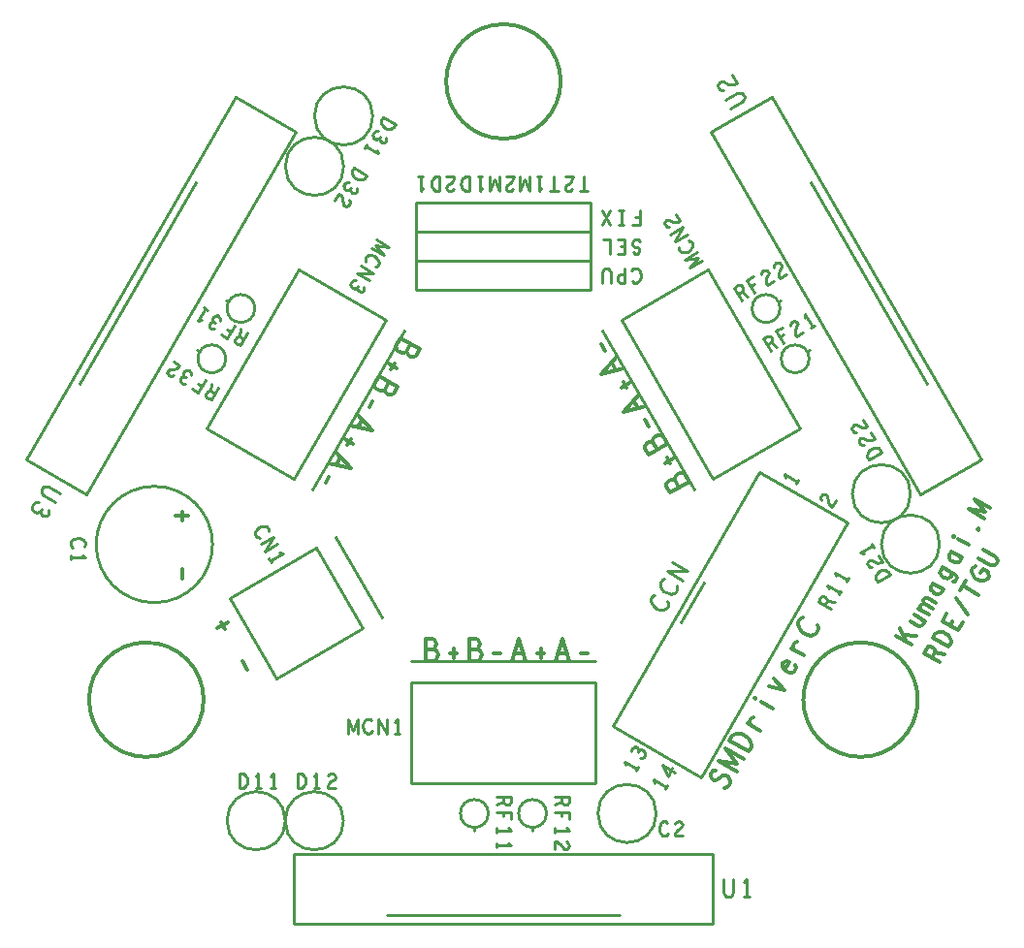
<source format=gto>
G04 ================== begin FILE IDENTIFICATION RECORD ==================*
G04 Layout Name:  C:/home/kumagai/Develop/OrCAD/SMDriverC_R11/allegro/SMDRIVERC.brd*
G04 Film Name:    GB_SMDriverC.GTO*
G04 File Format:  Gerber RS274X*
G04 File Origin:  Cadence Allegro 16.6-S014*
G04 Origin Date:  Thu Feb 25 00:52:31 2016*
G04 *
G04 Layer:  USER PART NUMBER/SILKSCREEN_TOP*
G04 Layer:  TOLERANCE/SILKSCREEN_TOP*
G04 Layer:  REF DES/SILKSCREEN_TOP*
G04 Layer:  PACKAGE GEOMETRY/SILKSCREEN_TOP*
G04 Layer:  DEVICE TYPE/SILKSCREEN_TOP*
G04 Layer:  COMPONENT VALUE/SILKSCREEN_TOP*
G04 Layer:  BOARD GEOMETRY/SILKSCREEN_TOP*
G04 *
G04 Offset:    (0.0000 0.0000)*
G04 Mirror:    No*
G04 Mode:      Positive*
G04 Rotation:  0*
G04 FullContactRelief:  No*
G04 UndefLineWidth:     0.0000*
G04 ================== end FILE IDENTIFICATION RECORD ====================*
%FSLAX25Y25*MOMM*%
%IR0*IPPOS*OFA0.00000B0.00000*MIA0B0*SFA1.00000B1.00000*%
%ADD10C,.3*%
%ADD11C,.305*%
%ADD12C,.254*%
G75*
%LPD*%
G75*
G54D10*
G01X-2618000Y-1800000D02*
G03I-500000J0D01*
G01X500000Y3600000D02*
G03I-500000J0D01*
G01X3618000Y-1800000D02*
G03I-500000J0D01*
G54D11*
G01X-2280940Y-1464910D02*
X-2239670Y-1536400D01*
G01X-2468270Y-1121160D02*
X-2430170Y-1187150D01*
G01X-2403140Y-1123890D02*
X-2498470Y-1178920D01*
G01X-2804590Y-155570D02*
Y-231770D01*
G01X-2749550Y-190500D02*
X-2859620D01*
G01X-2804590Y-657230D02*
Y-739770D01*
G01X-847050Y1241180D02*
X-843550Y1228210D01*
X-833360Y1214120D01*
X-816480Y1198890D01*
X-797610Y1193480D01*
X-781870Y1195340D01*
X-765320Y1204950D01*
X-733320Y1260380D01*
X-898300Y1355630D01*
X-937410Y1287880D01*
X-934720Y1267160D01*
X-922960Y1249420D01*
X-906080Y1234200D01*
X-884470Y1227200D01*
X-860850Y1229990D01*
X-847050Y1241180D01*
X-810310Y1304830D01*
G01X-952780Y1134260D02*
X-981230Y1084990D01*
G01X-930070Y1091040D02*
X-1001570Y1132320D01*
G01X-1037550Y911220D02*
X-1034050Y898250D01*
X-1023860Y884160D01*
X-1006980Y868930D01*
X-988110Y863520D01*
X-972370Y865380D01*
X-955820Y874990D01*
X-923820Y930420D01*
X-1088800Y1025670D01*
X-1127910Y957920D01*
X-1125220Y937200D01*
X-1113460Y919460D01*
X-1096580Y904240D01*
X-1074970Y897240D01*
X-1051350Y900030D01*
X-1037550Y911220D01*
X-1000810Y974870D01*
G01X-1140910Y808410D02*
X-1171730Y755030D01*
G01X-1276930Y699820D02*
X-1141580Y553240D01*
X-1336190Y597160D01*
G01X-1267780Y582300D02*
X-1229850Y648000D01*
G01X-1333780Y474340D02*
X-1362230Y425070D01*
G01X-1311070Y431120D02*
X-1382570Y472400D01*
G01X-1467430Y369860D02*
X-1332080Y223280D01*
X-1526690Y267200D01*
G01X-1458280Y252340D02*
X-1420350Y318040D01*
G01X-1521910Y148490D02*
X-1552730Y95110D01*
G01X-608420Y-1358900D02*
X-598930Y-1349380D01*
X-591820Y-1333500D01*
X-587080Y-1311270D01*
X-591820Y-1292230D01*
X-601300Y-1279530D01*
X-617900Y-1270000D01*
X-681900D01*
Y-1460500D01*
X-603670D01*
X-587080Y-1447800D01*
X-577600Y-1428750D01*
X-572860Y-1406520D01*
X-577600Y-1384300D01*
X-591820Y-1365250D01*
X-608420Y-1358900D01*
X-681900D01*
G01X-462960Y-1397000D02*
X-406060D01*
G01X-436880Y-1355720D02*
Y-1438280D01*
G01X-227420Y-1358900D02*
X-217930Y-1349380D01*
X-210820Y-1333500D01*
X-206080Y-1311270D01*
X-210820Y-1292230D01*
X-220300Y-1279530D01*
X-236900Y-1270000D01*
X-300900D01*
Y-1460500D01*
X-222670D01*
X-206080Y-1447800D01*
X-196600Y-1428750D01*
X-191860Y-1406520D01*
X-196600Y-1384300D01*
X-210820Y-1365250D01*
X-227420Y-1358900D01*
X-300900D01*
G01X-86700Y-1397000D02*
X-25060D01*
G01X75350Y-1460500D02*
X134620Y-1270000D01*
X193890Y-1460500D01*
G01X172550Y-1393830D02*
X96690D01*
G01X299040Y-1397000D02*
X355940D01*
G01X325120Y-1355720D02*
Y-1438280D01*
G01X456350Y-1460500D02*
X515620Y-1270000D01*
X574890Y-1460500D01*
G01X553550Y-1393830D02*
X477690D01*
G01X675300Y-1397000D02*
X736940D01*
G01X1496970Y117210D02*
X1483980Y120670D01*
X1466680Y118890D01*
X1445050Y111880D01*
X1430930Y98250D01*
X1424680Y83690D01*
X1424720Y64550D01*
X1456720Y9120D01*
X1621700Y104370D01*
X1582590Y172120D01*
X1563290Y180150D01*
X1542050Y178830D01*
X1520430Y171820D01*
X1503560Y156610D01*
X1494170Y134760D01*
X1496970Y117210D01*
X1533710Y53570D01*
G01X1457240Y262240D02*
X1428790Y311510D01*
G01X1408450Y264180D02*
X1479950Y305460D01*
G01X1306470Y447170D02*
X1293480Y450630D01*
X1276180Y448850D01*
X1254550Y441840D01*
X1240430Y428210D01*
X1234180Y413650D01*
X1234220Y394510D01*
X1266220Y339080D01*
X1431200Y434330D01*
X1392090Y502080D01*
X1372790Y510110D01*
X1351550Y508790D01*
X1329930Y501780D01*
X1313060Y486570D01*
X1303670Y464720D01*
X1306470Y447170D01*
X1343210Y383530D01*
G01X1269110Y588090D02*
X1238290Y641470D01*
G01X1243070Y760180D02*
X1048460Y716260D01*
X1183810Y862840D01*
G01X1136740Y811020D02*
X1174670Y745320D01*
G01X1076240Y922160D02*
X1047790Y971430D01*
G01X1027450Y924100D02*
X1098950Y965380D01*
G01X1052570Y1090140D02*
X857960Y1046220D01*
X993310Y1192800D01*
G01X946240Y1140980D02*
X984170Y1075280D01*
G01X888110Y1248010D02*
X857290Y1301390D01*
G01X1928680Y-2568830D02*
X1951900Y-2560340D01*
X1970820Y-2546620D01*
X1980300Y-2530200D01*
X1981540Y-2509010D01*
X1974900Y-2488750D01*
X1959210Y-2471480D01*
X1937590Y-2464480D01*
X1915170Y-2465220D01*
X1893500Y-2477340D01*
X1873780Y-2498800D01*
X1854480Y-2506830D01*
X1831680Y-2501880D01*
X1814800Y-2486650D01*
X1806980Y-2468450D01*
X1807030Y-2449320D01*
X1815320Y-2434950D01*
X1829120Y-2423750D01*
X1849980Y-2419370D01*
G01X2039990Y-2426810D02*
X1875010Y-2331560D01*
X2043310Y-2357560D01*
X1936650Y-2224800D01*
X2101630Y-2320050D01*
G01X2139980Y-2253620D02*
X1975000Y-2158370D01*
X1998710Y-2117310D01*
X2016450Y-2105650D01*
X2034550Y-2099670D01*
X2056980Y-2098930D01*
X2080970Y-2101840D01*
X2109650Y-2115660D01*
X2135960Y-2133580D01*
X2150470Y-2152910D01*
X2161040Y-2172700D01*
X2164920Y-2191370D01*
X2163690Y-2212560D01*
X2139980Y-2253620D01*
G01X2244720Y-2072210D02*
X2134730Y-2008710D01*
G01X2156730Y-2021410D02*
X2151660Y-2004800D01*
X2149340Y-1989770D01*
X2154880Y-1973810D01*
X2163560Y-1965130D01*
X2178920Y-1957580D01*
G01X2246580Y-1814990D02*
X2356560Y-1878490D01*
G01X2202580Y-1789590D02*
X2197460Y-1792110D01*
X2191960Y-1788930D01*
X2191580Y-1783240D01*
X2196700Y-1780720D01*
X2202210Y-1783900D01*
X2202580Y-1789590D01*
G01X2320490Y-1686970D02*
X2451810Y-1713510D01*
X2363160Y-1613050D01*
G01X2455040Y-1536460D02*
X2492970Y-1470760D01*
X2470170Y-1465810D01*
X2453250Y-1469730D01*
X2439450Y-1480920D01*
X2433900Y-1496880D01*
X2435040Y-1513960D01*
X2449540Y-1533290D01*
X2463670Y-1546920D01*
X2480160Y-1556440D01*
X2499040Y-1561860D01*
X2521460Y-1561120D01*
X2539570Y-1555150D01*
X2550620Y-1542370D01*
X2553420Y-1524820D01*
X2545220Y-1500930D01*
G01X2625720Y-1412290D02*
X2515730Y-1348790D01*
G01X2537730Y-1361490D02*
X2532660Y-1344880D01*
X2530340Y-1329850D01*
X2535880Y-1313890D01*
X2544560Y-1305210D01*
X2559920Y-1297660D01*
G01X2612410Y-1086090D02*
X2597040Y-1093650D01*
X2583250Y-1104840D01*
X2573770Y-1121260D01*
X2571350Y-1144510D01*
X2576800Y-1166810D01*
X2587370Y-1186610D01*
X2610120Y-1210690D01*
X2633690Y-1227030D01*
X2660800Y-1237210D01*
X2680860Y-1240580D01*
X2704470Y-1237790D01*
X2723770Y-1229760D01*
X2737560Y-1218570D01*
X2745860Y-1204200D01*
X2748660Y-1186650D01*
X2747520Y-1169570D01*
X2742450Y-1152960D01*
G01X3563960Y-1319710D02*
X3425380Y-1239700D01*
G01X3463180Y-1174230D02*
X3510840Y-1289050D01*
G01X3607730Y-1243900D02*
X3488490Y-1237080D01*
G01X3556560Y-1119180D02*
X3621230Y-1156520D01*
X3641380Y-1158960D01*
X3656580Y-1153950D01*
X3665850Y-1143230D01*
X3670510Y-1129830D01*
X3667240Y-1114160D01*
X3655050Y-1097930D01*
G01X3682770Y-1113930D02*
X3590380Y-1060590D01*
G01X3716020Y-1056340D02*
X3623640Y-1003000D01*
G01X3649040Y-1017670D02*
X3640470Y-1005830D01*
X3636210Y-991880D01*
X3638560Y-977150D01*
X3650140Y-967760D01*
X3664350Y-964480D01*
X3678880Y-965980D01*
X3745860Y-1004650D01*
G01X3678880Y-965980D02*
X3670320Y-954140D01*
X3666060Y-940190D01*
X3668400Y-925460D01*
X3679980Y-916070D01*
X3694200Y-912780D01*
X3711040Y-915620D01*
X3775710Y-952950D01*
G01X3843780Y-835050D02*
X3751400Y-781710D01*
G01X3767560Y-791040D02*
X3754350Y-792610D01*
X3743760Y-800280D01*
X3734490Y-811000D01*
X3732140Y-825730D01*
X3735410Y-841410D01*
X3745290Y-856300D01*
X3761770Y-870410D01*
X3782240Y-877640D01*
X3800080Y-878750D01*
X3815290Y-873740D01*
X3826870Y-864340D01*
X3831520Y-850950D01*
X3830570Y-836610D01*
X3825310Y-824380D01*
G01X3926600Y-771610D02*
X3942800Y-764880D01*
X3953070Y-752430D01*
X3957730Y-739040D01*
X3952150Y-722030D01*
X3939960Y-705800D01*
X3831410Y-643130D01*
G01X3849880Y-653800D02*
X3836660Y-655360D01*
X3823770Y-661700D01*
X3814500Y-672420D01*
X3811160Y-688880D01*
X3815420Y-702830D01*
X3827610Y-719050D01*
X3841780Y-731830D01*
X3856640Y-738110D01*
X3876790Y-740550D01*
X3894300Y-736880D01*
X3906880Y-725760D01*
X3910540Y-714090D01*
X3908270Y-696700D01*
X3903010Y-684470D01*
G01X4003800Y-557890D02*
X3911420Y-504550D01*
G01X3927580Y-513880D02*
X3914370Y-515450D01*
X3903780Y-523120D01*
X3894510Y-533840D01*
X3892160Y-548570D01*
X3895430Y-564250D01*
X3905310Y-579140D01*
X3921790Y-593250D01*
X3942260Y-600480D01*
X3960100Y-601590D01*
X3975310Y-596580D01*
X3986890Y-587180D01*
X3991540Y-573790D01*
X3990590Y-559450D01*
X3985330Y-547220D01*
G01X3973520Y-396990D02*
X4065900Y-450330D01*
G01X3936560Y-375650D02*
X3932270Y-377770D01*
X3927640Y-375100D01*
X3927320Y-370320D01*
X3931620Y-368200D01*
X3936250Y-370870D01*
X3936560Y-375650D01*
G01X4150530Y-314410D02*
X4146230Y-316530D01*
X4141620Y-313860D01*
X4141300Y-309080D01*
X4145600Y-306970D01*
X4150210Y-309630D01*
X4150530Y-314410D01*
G01X4200060Y-217970D02*
X4061480Y-137960D01*
X4202830Y-159830D01*
X4113210Y-48350D01*
X4251790Y-128360D01*
G01X3809950Y-1472770D02*
X3671370Y-1392760D01*
X3696240Y-1349680D01*
X3711130Y-1339900D01*
X3725340Y-1336610D01*
X3745810Y-1343840D01*
X3762300Y-1357950D01*
X3767870Y-1374960D01*
X3767840Y-1391020D01*
X3742970Y-1434100D01*
G01X3767840Y-1391020D02*
X3849740Y-1403840D01*
G01X3887970Y-1337630D02*
X3749390Y-1257620D01*
X3769280Y-1223160D01*
X3784170Y-1213380D01*
X3799380Y-1208370D01*
X3818210Y-1207760D01*
X3838360Y-1210200D01*
X3862450Y-1221820D01*
X3884550Y-1236870D01*
X3896740Y-1253100D01*
X3905630Y-1269720D01*
X3908900Y-1285390D01*
X3907860Y-1303170D01*
X3887970Y-1337630D01*
G01X4009760Y-1126680D02*
X3969970Y-1195610D01*
X3831390Y-1115600D01*
X3871180Y-1046670D01*
G01X3922240Y-1112910D02*
X3898370Y-1154270D01*
G01X4056590Y-1056250D02*
X3949200Y-911540D01*
G01X4011300Y-803980D02*
X4149880Y-883990D01*
G01X3988420Y-843610D02*
X4034180Y-764350D01*
G01X4166580Y-695070D02*
X4186470Y-660600D01*
X4228050Y-684600D01*
X4235940Y-702950D01*
X4238210Y-720340D01*
X4232880Y-740240D01*
X4218310Y-754800D01*
X4202110Y-761530D01*
X4182280Y-763870D01*
X4162130Y-761430D01*
X4141670Y-754200D01*
X4125500Y-744870D01*
X4113630Y-733430D01*
X4101440Y-717190D01*
X4093550Y-698850D01*
X4090290Y-683190D01*
X4091310Y-665400D01*
X4098280Y-653340D01*
X4110850Y-642220D01*
X4126060Y-637210D01*
G01X4149440Y-564720D02*
X4248750Y-622070D01*
X4273520Y-627180D01*
X4295340Y-621390D01*
X4309900Y-606830D01*
X4315240Y-586930D01*
X4309340Y-565140D01*
X4292530Y-546250D01*
X4193210Y-488910D01*
G54D12*
G01X-3869880Y1450D02*
X-3969190Y58800D01*
X-3993960Y63910D01*
X-4015780Y58120D01*
X-4030340Y43560D01*
X-4035680Y23660D01*
X-4029780Y1870D01*
X-4012970Y-17020D01*
X-3913650Y-74360D01*
G01X-4060750Y-73120D02*
X-4082890Y-74120D01*
X-4100090Y-82570D01*
X-4111350Y-96750D01*
X-4117000Y-111870D01*
X-4113410Y-132320D01*
X-4104530Y-148930D01*
X-4091660Y-158660D01*
X-4073510Y-164540D01*
X-4054990Y-159150D01*
X-4043410Y-149760D01*
X-4034450Y-134250D01*
G01X-4043410Y-149760D02*
X-4042450Y-164100D01*
X-4035880Y-179380D01*
X-4024010Y-190830D01*
X-4008160Y-195380D01*
X-3991640Y-193430D01*
X-3975750Y-181930D01*
X-3969110Y-165080D01*
X-3969400Y-144240D01*
G01X-3642040Y-8990D02*
X-1813240Y3158590D01*
X-2341170Y3463390D01*
X-4169970Y295810D01*
X-3642040Y-8990D01*
G01X-2540000Y-444500D02*
G03I-508000J0D01*
G01X-3661830Y-464650D02*
X-3655480Y-455000D01*
X-3651250Y-443740D01*
Y-430870D01*
X-3657600Y-416390D01*
X-3668180Y-405130D01*
X-3680880Y-397090D01*
X-3702050Y-390650D01*
X-3721100Y-389040D01*
X-3740150Y-392260D01*
X-3752850Y-397090D01*
X-3765550Y-406740D01*
X-3774020Y-418000D01*
X-3778250Y-429260D01*
Y-440520D01*
X-3774020Y-451780D01*
X-3767670Y-461430D01*
X-3759200Y-469480D01*
G01X-3778250Y-558800D02*
X-3651250D01*
X-3676650Y-539500D01*
G01X-3778250D02*
Y-578100D01*
G01X-3697580Y961620D02*
X-2681580Y2721380D01*
G01X-1905000Y-2857500D02*
G03I-254000J0D01*
G01X-2391900Y-911700D02*
X-1985500Y-1615600D01*
X-1226600Y-1177450D01*
X-1633000Y-473550D01*
X-2391900Y-911700D01*
G01X-1787380Y1958760D02*
X-2590020Y568540D01*
X-1831120Y130390D01*
X-1028480Y1520610D01*
X-1787380Y1958760D01*
G01X-2236430Y1405040D02*
X-2299930Y1295060D01*
X-2334760Y1315170D01*
X-2342730Y1327100D01*
X-2345460Y1338460D01*
X-2339780Y1354730D01*
X-2328530Y1367790D01*
X-2314880Y1372120D01*
X-2301950Y1371990D01*
X-2267120Y1351880D01*
G01X-2301950Y1371990D02*
X-2292160Y1437220D01*
G01X-2350000Y1470620D02*
X-2413500Y1360630D01*
X-2466440Y1391200D01*
G01X-2416250Y1433090D02*
X-2382810Y1413790D01*
G01X-2470700Y1510980D02*
X-2471650Y1528640D01*
X-2478570Y1542400D01*
X-2490050Y1551470D01*
X-2502250Y1556080D01*
X-2518690Y1553350D01*
X-2532000Y1546370D01*
X-2539750Y1536170D01*
X-2544370Y1521740D01*
X-2539910Y1506940D01*
X-2532270Y1497640D01*
X-2519730Y1490400D01*
G01X-2532270Y1497640D02*
X-2543810Y1496970D01*
X-2556060Y1491830D01*
X-2565200Y1482440D01*
X-2568770Y1469830D01*
X-2567090Y1456640D01*
X-2557730Y1443900D01*
X-2544130Y1438500D01*
X-2527360Y1438590D01*
G01X-2600830Y1615440D02*
X-2664330Y1505450D01*
X-2634920Y1517800D01*
G01X-2584120Y1605790D02*
X-2617550Y1625090D01*
G01X-2490430Y928790D02*
X-2553930Y818810D01*
X-2588760Y838920D01*
X-2596730Y850850D01*
X-2599460Y862210D01*
X-2593780Y878480D01*
X-2582530Y891540D01*
X-2568880Y895870D01*
X-2555950Y895740D01*
X-2521120Y875630D01*
G01X-2555950Y895740D02*
X-2546160Y960970D01*
G01X-2604000Y994370D02*
X-2667500Y884380D01*
X-2720440Y914950D01*
G01X-2670250Y956840D02*
X-2636810Y937540D01*
G01X-2724700Y1034730D02*
X-2725650Y1052390D01*
X-2732570Y1066150D01*
X-2744050Y1075220D01*
X-2756250Y1079830D01*
X-2772690Y1077100D01*
X-2786000Y1070120D01*
X-2793750Y1059920D01*
X-2798370Y1045490D01*
X-2793910Y1030690D01*
X-2786270Y1021390D01*
X-2773730Y1014150D01*
G01X-2786270Y1021390D02*
X-2797810Y1020720D01*
X-2810060Y1015580D01*
X-2819200Y1006190D01*
X-2822770Y993580D01*
X-2821090Y980390D01*
X-2811730Y967650D01*
X-2798130Y962250D01*
X-2781360Y962340D01*
G01X-2881280Y1032250D02*
X-2895990Y1026080D01*
X-2908920Y1026210D01*
X-2921120Y1030810D01*
X-2932940Y1042520D01*
X-2937400Y1057320D01*
X-2933830Y1069920D01*
X-2926090Y1080120D01*
X-2915220Y1086070D01*
X-2876780Y1088310D01*
X-2856830Y1093910D01*
X-2837890Y1107410D01*
X-2825580Y1122300D01*
X-2884090Y1156080D01*
G01X-2652260Y1237990D02*
X-2674260Y1250690D01*
G01X-2424750Y1177030D02*
G03I-121925J0D01*
G01X-2398260Y1677930D02*
X-2420260Y1690630D01*
G01X-2170750Y1616970D02*
G03I-121925J0D01*
G01X1828800Y-3149600D02*
X-1828800D01*
Y-3759200D01*
X1828800D01*
Y-3149600D01*
G01X-1796880Y-2571750D02*
Y-2444750D01*
X-1764710D01*
X-1751840Y-2451100D01*
X-1742190Y-2459570D01*
X-1734140Y-2472260D01*
X-1727710Y-2487090D01*
X-1726100Y-2508250D01*
X-1727710Y-2529420D01*
X-1734140Y-2544240D01*
X-1742190Y-2556940D01*
X-1751840Y-2565400D01*
X-1764710Y-2571750D01*
X-1796880D01*
G01X-1631950D02*
Y-2444750D01*
X-1651250Y-2470150D01*
G01Y-2571750D02*
X-1612650D01*
G01X-1532980Y-2465920D02*
X-1523320Y-2453220D01*
X-1512060Y-2446870D01*
X-1499190Y-2444750D01*
X-1483110Y-2448980D01*
X-1471840Y-2459570D01*
X-1468630Y-2472260D01*
X-1470240Y-2484970D01*
X-1476670Y-2495550D01*
X-1508840Y-2516720D01*
X-1523320Y-2531530D01*
X-1532980Y-2552700D01*
X-1536190Y-2571750D01*
X-1468630D01*
G01X-1397000Y-2857500D02*
G03I-254000J0D01*
G01X-2304880Y-2571750D02*
Y-2444750D01*
X-2272710D01*
X-2259840Y-2451100D01*
X-2250190Y-2459570D01*
X-2242140Y-2472260D01*
X-2235710Y-2487090D01*
X-2234100Y-2508250D01*
X-2235710Y-2529420D01*
X-2242140Y-2544240D01*
X-2250190Y-2556940D01*
X-2259840Y-2565400D01*
X-2272710Y-2571750D01*
X-2304880D01*
G01X-2139950D02*
Y-2444750D01*
X-2159250Y-2470150D01*
G01Y-2571750D02*
X-2120650D01*
G01X-2010410D02*
Y-2444750D01*
X-2029710Y-2470150D01*
G01Y-2571750D02*
X-1991110D01*
G01X-2048110Y-331740D02*
X-2047430Y-320200D01*
X-2049400Y-308330D01*
X-2055830Y-297190D01*
X-2068570Y-287820D01*
X-2083360Y-283360D01*
X-2098390Y-282750D01*
X-2119930Y-287760D01*
X-2137240Y-295890D01*
X-2152120Y-308200D01*
X-2160710Y-318730D01*
X-2166880Y-333440D01*
X-2168580Y-347430D01*
X-2166620Y-359290D01*
X-2160990Y-369050D01*
X-2151690Y-376680D01*
X-2141370Y-381870D01*
X-2130020Y-384600D01*
G01X-2120350Y-439430D02*
X-2010360Y-375930D01*
X-2083350Y-503520D01*
X-1973370Y-440020D01*
G01X-2037080Y-583650D02*
X-1927100Y-520150D01*
X-1958740Y-516140D01*
G01X-2046730Y-566940D02*
X-2027430Y-600370D01*
G01X-863510Y1425360D02*
X-1666150Y35140D01*
G01X-1395170Y2858560D02*
G03I-254000J0D01*
G01X-1141170Y3298500D02*
G03I-254000J0D01*
G01X1016000Y-3683000D02*
X-1016000D01*
G01X-1358820Y-2095500D02*
Y-1968500D01*
X-1316990Y-2074330D01*
X-1275160Y-1968500D01*
Y-2095500D01*
G01X-1152060Y-1979080D02*
X-1161710Y-1972730D01*
X-1172970Y-1968500D01*
X-1185840D01*
X-1200320Y-1974850D01*
X-1211580Y-1985430D01*
X-1219620Y-1998130D01*
X-1226060Y-2019300D01*
X-1227670Y-2038350D01*
X-1224450Y-2057400D01*
X-1219620Y-2070100D01*
X-1209970Y-2082800D01*
X-1198710Y-2091270D01*
X-1187450Y-2095500D01*
X-1176190D01*
X-1164930Y-2091270D01*
X-1155280Y-2084920D01*
X-1147230Y-2076450D01*
G01X-1094910Y-2095500D02*
Y-1968500D01*
X-1020910Y-2095500D01*
Y-1968500D01*
G01X-928370Y-2095500D02*
Y-1968500D01*
X-947670Y-1993900D01*
G01Y-2095500D02*
X-909070D01*
G01X-1468030Y-378300D02*
X-1061630Y-1082200D01*
G01X-1114470Y2216930D02*
X-1004480Y2153430D01*
X-1117050Y2170120D01*
X-1046310Y2080980D01*
X-1156290Y2144480D01*
G01X-1117030Y1979670D02*
X-1106700Y1984850D01*
X-1097400Y1992490D01*
X-1090970Y2003630D01*
X-1089230Y2019350D01*
X-1092770Y2034390D01*
X-1099740Y2047710D01*
X-1114850Y2063860D01*
X-1130550Y2074780D01*
X-1148660Y2081520D01*
X-1162070Y2083690D01*
X-1177890Y2081680D01*
X-1190850Y2076160D01*
X-1200150Y2068530D01*
X-1205780Y2058770D01*
X-1207750Y2046910D01*
X-1207070Y2035370D01*
X-1203760Y2024170D01*
G01X-1246420Y1988390D02*
X-1136440Y1924890D01*
X-1283420Y1924300D01*
X-1173430Y1860800D01*
G01X-1290000Y1862120D02*
X-1307660Y1861170D01*
X-1321420Y1854250D01*
X-1330490Y1842770D01*
X-1335100Y1830570D01*
X-1332370Y1814130D01*
X-1325390Y1800820D01*
X-1315190Y1793070D01*
X-1300760Y1788450D01*
X-1285960Y1792910D01*
X-1276660Y1800550D01*
X-1269420Y1813090D01*
G01X-1276660Y1800550D02*
X-1275990Y1789010D01*
X-1270850Y1776760D01*
X-1261460Y1767620D01*
X-1248850Y1764050D01*
X-1235660Y1765730D01*
X-1222920Y1775090D01*
X-1217520Y1788690D01*
X-1217610Y1805460D01*
G01X-1308180Y2846350D02*
X-1198200Y2782850D01*
X-1214290Y2754990D01*
X-1226220Y2747020D01*
X-1238380Y2742900D01*
X-1253400Y2742280D01*
X-1269450Y2744120D01*
X-1288580Y2753310D01*
X-1306110Y2765280D01*
X-1315730Y2778260D01*
X-1322700Y2791580D01*
X-1325210Y2804170D01*
X-1324270Y2818490D01*
X-1308180Y2846350D01*
G01X-1350960Y2721480D02*
X-1368620Y2720530D01*
X-1382380Y2713610D01*
X-1391450Y2702130D01*
X-1396060Y2689930D01*
X-1393330Y2673490D01*
X-1386350Y2660180D01*
X-1376150Y2652430D01*
X-1361720Y2647810D01*
X-1346920Y2652270D01*
X-1337620Y2659910D01*
X-1330380Y2672450D01*
G01X-1337620Y2659910D02*
X-1336950Y2648370D01*
X-1331810Y2636120D01*
X-1322420Y2626980D01*
X-1309810Y2623410D01*
X-1296620Y2625090D01*
X-1283880Y2634450D01*
X-1278480Y2648050D01*
X-1278570Y2664820D01*
G01X-1348480Y2564900D02*
X-1342310Y2550190D01*
X-1342440Y2537260D01*
X-1347040Y2525060D01*
X-1358750Y2513240D01*
X-1373550Y2508780D01*
X-1386150Y2512350D01*
X-1396350Y2520090D01*
X-1402300Y2530960D01*
X-1404540Y2569400D01*
X-1410140Y2589350D01*
X-1423640Y2608290D01*
X-1438530Y2620600D01*
X-1472310Y2562090D01*
G01X-1054180Y3290850D02*
X-944200Y3227350D01*
X-960290Y3199490D01*
X-972220Y3191520D01*
X-984380Y3187400D01*
X-999400Y3186780D01*
X-1015450Y3188620D01*
X-1034580Y3197810D01*
X-1052110Y3209780D01*
X-1061730Y3222760D01*
X-1068700Y3236080D01*
X-1071210Y3248670D01*
X-1070270Y3262990D01*
X-1054180Y3290850D01*
G01X-1096960Y3165980D02*
X-1114620Y3165030D01*
X-1128380Y3158110D01*
X-1137450Y3146630D01*
X-1142060Y3134430D01*
X-1139330Y3117990D01*
X-1132350Y3104680D01*
X-1122150Y3096930D01*
X-1107720Y3092310D01*
X-1092920Y3096770D01*
X-1083620Y3104410D01*
X-1076380Y3116950D01*
G01X-1083620Y3104410D02*
X-1082950Y3092870D01*
X-1077810Y3080620D01*
X-1068420Y3071480D01*
X-1055810Y3067910D01*
X-1042620Y3069590D01*
X-1029880Y3078950D01*
X-1024480Y3092550D01*
X-1024570Y3109320D01*
G01X-1201420Y3035850D02*
X-1091430Y2972350D01*
X-1103780Y3001760D01*
G01X-1191770Y3052560D02*
X-1211070Y3019130D01*
G01X-802640Y-2527300D02*
X802640D01*
Y-1651000D01*
X-802640D01*
Y-2527300D01*
G01X-63500Y-2651340D02*
X63500D01*
Y-2691550D01*
X57150Y-2704420D01*
X48680Y-2712470D01*
X31750Y-2715680D01*
X14820Y-2712470D01*
X4230Y-2702810D01*
X-2120Y-2691550D01*
Y-2651340D01*
G01Y-2691550D02*
X-63500Y-2715680D01*
G01Y-2782480D02*
X63500D01*
Y-2843620D01*
G01X2120Y-2821090D02*
Y-2782480D01*
G01X-63500Y-2942590D02*
X63500D01*
X38100Y-2923290D01*
G01X-63500D02*
Y-2961890D01*
G01Y-3072130D02*
X63500D01*
X38100Y-3052830D01*
G01X-63500D02*
Y-3091430D01*
G01X-254000Y-2915920D02*
Y-2941320D01*
G01X-132080Y-2794000D02*
G03I-121920J0D01*
G01X-802640Y-1460500D02*
X802640D01*
G01X-762000Y2032000D02*
X762000D01*
Y2286000D01*
X-762000D01*
Y2032000D01*
G01Y1778000D02*
X762000D01*
Y2032000D01*
X-762000D01*
Y1778000D01*
G01X701740Y2643000D02*
Y2770000D01*
G01X738740Y2643000D02*
X664740D01*
G01X602770Y2664170D02*
X593110Y2651470D01*
X581850Y2645120D01*
X568980Y2643000D01*
X552900Y2647230D01*
X541630Y2657820D01*
X538420Y2670510D01*
X540030Y2683220D01*
X546460Y2693800D01*
X578630Y2714970D01*
X593110Y2729780D01*
X602770Y2750950D01*
X605980Y2770000D01*
X538420D01*
G01X442660Y2643000D02*
Y2770000D01*
G01X479660Y2643000D02*
X405660D01*
G01X313120Y2770000D02*
Y2643000D01*
X332420Y2668400D01*
G01Y2770000D02*
X293820D01*
G01X225410D02*
Y2643000D01*
X183580Y2748830D01*
X141750Y2643000D01*
Y2770000D01*
G01X84610Y2664170D02*
X74950Y2651470D01*
X63690Y2645120D01*
X50820Y2643000D01*
X34740Y2647230D01*
X23470Y2657820D01*
X20260Y2670510D01*
X21870Y2683220D01*
X28300Y2693800D01*
X60470Y2714970D01*
X74950Y2729780D01*
X84610Y2750950D01*
X87820Y2770000D01*
X20260D01*
G01X-33670D02*
Y2643000D01*
X-75500Y2748830D01*
X-117330Y2643000D01*
Y2770000D01*
G01X-205040D02*
Y2643000D01*
X-185740Y2668400D01*
G01Y2770000D02*
X-224340D01*
G01X-299190D02*
Y2643000D01*
X-331360D01*
X-344230Y2649350D01*
X-353880Y2657820D01*
X-361930Y2670510D01*
X-368360Y2685340D01*
X-369970Y2706500D01*
X-368360Y2727670D01*
X-361930Y2742490D01*
X-353880Y2755190D01*
X-344230Y2763650D01*
X-331360Y2770000D01*
X-299190D01*
G01X-433550Y2664170D02*
X-443210Y2651470D01*
X-454470Y2645120D01*
X-467340Y2643000D01*
X-483420Y2647230D01*
X-494690Y2657820D01*
X-497900Y2670510D01*
X-496290Y2683220D01*
X-489860Y2693800D01*
X-457690Y2714970D01*
X-443210Y2729780D01*
X-433550Y2750950D01*
X-430340Y2770000D01*
X-497900D01*
G01X-558270D02*
Y2643000D01*
X-590440D01*
X-603310Y2649350D01*
X-612960Y2657820D01*
X-621010Y2670510D01*
X-627440Y2685340D01*
X-629050Y2706500D01*
X-627440Y2727670D01*
X-621010Y2742490D01*
X-612960Y2755190D01*
X-603310Y2763650D01*
X-590440Y2770000D01*
X-558270D01*
G01X-723200D02*
Y2643000D01*
X-703900Y2668400D01*
G01Y2770000D02*
X-742500D01*
G01X-762000Y2286000D02*
X762000D01*
Y2540000D01*
X-762000D01*
Y2286000D01*
G01X444500Y-2651340D02*
X571500D01*
Y-2691550D01*
X565150Y-2704420D01*
X556680Y-2712470D01*
X539750Y-2715680D01*
X522820Y-2712470D01*
X512230Y-2702810D01*
X505880Y-2691550D01*
Y-2651340D01*
G01Y-2691550D02*
X444500Y-2715680D01*
G01Y-2782480D02*
X571500D01*
Y-2843620D01*
G01X510120Y-2821090D02*
Y-2782480D01*
G01X444500Y-2942590D02*
X571500D01*
X546100Y-2923290D01*
G01X444500D02*
Y-2961890D01*
G01X550330Y-3041560D02*
X563030Y-3051220D01*
X569380Y-3062480D01*
X571500Y-3075350D01*
X567270Y-3091430D01*
X556680Y-3102700D01*
X543990Y-3105910D01*
X531280Y-3104300D01*
X520700Y-3097870D01*
X499530Y-3065700D01*
X484720Y-3051220D01*
X463550Y-3041560D01*
X444500Y-3038350D01*
Y-3105910D01*
G01X254000Y-2915920D02*
Y-2941320D01*
G01X375920Y-2794000D02*
G03I-121920J0D01*
G01X1433650Y-2873580D02*
X1424000Y-2867230D01*
X1412740Y-2863000D01*
X1399870D01*
X1385390Y-2869350D01*
X1374130Y-2879930D01*
X1366090Y-2892630D01*
X1359650Y-2913800D01*
X1358040Y-2932850D01*
X1361260Y-2951900D01*
X1366090Y-2964600D01*
X1375740Y-2977300D01*
X1387000Y-2985770D01*
X1398260Y-2990000D01*
X1409520D01*
X1420780Y-2985770D01*
X1430430Y-2979420D01*
X1438480Y-2970950D01*
G01X1497230Y-2884170D02*
X1506890Y-2871470D01*
X1518150Y-2865120D01*
X1531020Y-2863000D01*
X1547100Y-2867230D01*
X1558370Y-2877820D01*
X1561580Y-2890510D01*
X1559970Y-2903220D01*
X1553540Y-2913800D01*
X1521370Y-2934970D01*
X1506890Y-2949780D01*
X1497230Y-2970950D01*
X1494020Y-2990000D01*
X1561580D01*
G01X1333500Y-2794000D02*
G03I-254000J0D01*
G01X1421130Y-2561710D02*
X1311140Y-2498210D01*
X1323490Y-2527620D01*
G01X1411480Y-2578420D02*
X1430780Y-2544990D01*
G01X1495550Y-2432810D02*
X1385570Y-2369310D01*
X1434630Y-2466360D01*
X1474850Y-2396700D01*
G01X1167130Y-2402960D02*
X1057140Y-2339460D01*
X1069490Y-2368870D01*
G01X1157480Y-2419670D02*
X1176780Y-2386240D01*
G01X1192210Y-2308730D02*
X1209870Y-2307780D01*
X1223630Y-2300860D01*
X1232700Y-2289380D01*
X1237310Y-2277180D01*
X1234580Y-2260740D01*
X1227600Y-2247430D01*
X1217400Y-2239680D01*
X1202970Y-2235060D01*
X1188170Y-2239520D01*
X1178870Y-2247160D01*
X1171630Y-2259700D01*
G01X1178870Y-2247160D02*
X1178200Y-2235620D01*
X1173060Y-2223370D01*
X1163670Y-2214230D01*
X1151060Y-2210660D01*
X1137870Y-2212340D01*
X1125130Y-2221700D01*
X1119730Y-2235300D01*
X1119820Y-2252070D01*
G01X2236130Y190100D02*
X953430Y-2031600D01*
X1723330Y-2476100D01*
X3006030Y-254400D01*
X2236130Y190100D01*
G01X1321700Y-884810D02*
X1308800Y-891140D01*
X1297220Y-900540D01*
X1289260Y-914320D01*
X1287240Y-933840D01*
X1291820Y-952560D01*
X1300700Y-969180D01*
X1319820Y-989410D01*
X1339610Y-1003130D01*
X1362390Y-1011680D01*
X1379230Y-1014520D01*
X1399060Y-1012180D01*
X1415260Y-1005450D01*
X1426840Y-996060D01*
X1433810Y-984000D01*
X1436150Y-969270D01*
X1435200Y-954930D01*
X1430930Y-940980D01*
G01X1401710Y-746230D02*
X1388810Y-752560D01*
X1377230Y-761960D01*
X1369270Y-775740D01*
X1367250Y-795260D01*
X1371830Y-813980D01*
X1380710Y-830600D01*
X1399830Y-850830D01*
X1419620Y-864550D01*
X1442400Y-873100D01*
X1459240Y-875940D01*
X1479070Y-873600D01*
X1495270Y-866870D01*
X1506850Y-857480D01*
X1513820Y-845420D01*
X1516160Y-830690D01*
X1515210Y-816350D01*
X1510940Y-802400D01*
G01X1563980Y-758530D02*
X1425400Y-678520D01*
X1609750Y-679270D01*
X1471160Y-599260D01*
G01X1666150Y35140D02*
X863510Y1425360D01*
G01X2590020Y568540D02*
X1787380Y1958760D01*
X1028480Y1520610D01*
X1831120Y130390D01*
X2590020Y568540D01*
G01X1122850Y1852080D02*
X1132500Y1845730D01*
X1143760Y1841500D01*
X1156630D01*
X1171110Y1847850D01*
X1182370Y1858430D01*
X1190410Y1871130D01*
X1196850Y1892300D01*
X1198460Y1911350D01*
X1195240Y1930400D01*
X1190410Y1943100D01*
X1180760Y1955800D01*
X1169500Y1964270D01*
X1158240Y1968500D01*
X1146980D01*
X1135720Y1964270D01*
X1126070Y1957920D01*
X1118020Y1949450D01*
G01X1060870Y1968500D02*
Y1841500D01*
X1022270D01*
X1009400Y1847850D01*
X999740Y1862670D01*
X996530Y1879600D01*
X999740Y1896530D01*
X1007790Y1909230D01*
X1022270Y1915590D01*
X1060870D01*
G01X934550Y1841500D02*
Y1932520D01*
X928120Y1951570D01*
X915250Y1964270D01*
X899160Y1968500D01*
X883070Y1964270D01*
X870200Y1951570D01*
X863770Y1932520D01*
Y1841500D01*
G01X1192020Y2205570D02*
X1179150Y2216150D01*
X1164670Y2222500D01*
X1151810D01*
X1138940Y2216150D01*
X1129280Y2205570D01*
X1124460Y2190750D01*
X1127670Y2175940D01*
X1135720Y2163230D01*
X1150200Y2154770D01*
X1169500Y2150530D01*
X1180760Y2142070D01*
X1185590Y2127250D01*
X1182370Y2112430D01*
X1174330Y2101850D01*
X1163070Y2095500D01*
X1151810D01*
X1140540Y2099730D01*
X1130890Y2110320D01*
G01X996530Y2222500D02*
X1060870D01*
Y2095500D01*
X996530D01*
G01X1022270Y2156880D02*
X1060870D01*
G01X931330Y2095500D02*
Y2222500D01*
X866990D01*
G01X1188810Y2476500D02*
Y2349500D01*
X1127670D01*
G01X1150200Y2410880D02*
X1188810D01*
G01X1048000Y2349500D02*
X1009400D01*
G01X1028700D02*
Y2476500D01*
G01X1048000D02*
X1009400D01*
G01X932940D02*
X865380Y2349500D01*
G01X932940D02*
X865380Y2476500D01*
G01X1736780Y2035570D02*
X1626800Y1972070D01*
X1697540Y2061210D01*
X1584970Y2044520D01*
X1694960Y2108020D01*
G01X1532590Y2156420D02*
X1531910Y2144880D01*
X1533880Y2133010D01*
X1540310Y2121870D01*
X1553050Y2112500D01*
X1567840Y2108040D01*
X1582870Y2107430D01*
X1604410Y2112440D01*
X1621720Y2120570D01*
X1636600Y2132880D01*
X1645190Y2143410D01*
X1651360Y2158120D01*
X1653060Y2172110D01*
X1651100Y2183970D01*
X1645470Y2193730D01*
X1636170Y2201360D01*
X1625850Y2206550D01*
X1614500Y2209280D01*
G01X1604830Y2264110D02*
X1494840Y2200610D01*
X1567830Y2328200D01*
X1457850Y2264700D01*
G01X1445190Y2328950D02*
X1429370Y2330960D01*
X1418230Y2337530D01*
X1409970Y2347620D01*
X1405590Y2363670D01*
X1409120Y2378710D01*
X1418510Y2387850D01*
X1430320Y2392810D01*
X1442700Y2392520D01*
X1477120Y2375250D01*
X1497190Y2370120D01*
X1520350Y2372340D01*
X1538450Y2379080D01*
X1504670Y2437590D01*
G01X1920920Y-3364230D02*
Y-3478910D01*
X1928870Y-3502920D01*
X1944790Y-3518920D01*
X1964690Y-3524250D01*
X1984590Y-3518920D01*
X2000510Y-3502920D01*
X2008460Y-3478910D01*
Y-3364230D01*
G01X2124710Y-3524250D02*
Y-3364230D01*
X2100830Y-3396230D01*
G01Y-3524250D02*
X2148580D01*
G01X1751370Y-776520D02*
X1548170Y-1128480D01*
G01X2077680Y1690790D02*
X2014180Y1800780D01*
X2049010Y1820890D01*
X2063330Y1821820D01*
X2074530Y1818510D01*
X2085780Y1805450D01*
X2091460Y1789180D01*
X2088400Y1775190D01*
X2081820Y1764060D01*
X2046990Y1743950D01*
G01X2081820Y1764060D02*
X2133410Y1722970D01*
G01X2191250Y1756370D02*
X2127750Y1866350D01*
X2180690Y1896920D01*
G01X2191880Y1832500D02*
X2158440Y1813190D01*
G01X2250520Y1912790D02*
X2252530Y1928610D01*
X2259100Y1939750D01*
X2269190Y1948010D01*
X2285240Y1952390D01*
X2300280Y1948860D01*
X2309420Y1939470D01*
X2314380Y1927660D01*
X2314090Y1915280D01*
X2296820Y1880860D01*
X2291690Y1860790D01*
X2293910Y1837630D01*
X2300650Y1819530D01*
X2359160Y1853310D01*
G01X2362700Y1977560D02*
X2364710Y1993380D01*
X2371280Y2004520D01*
X2381370Y2012780D01*
X2397420Y2017160D01*
X2412460Y2013630D01*
X2421600Y2004240D01*
X2426560Y1992430D01*
X2426270Y1980050D01*
X2409000Y1945630D01*
X2403870Y1925560D01*
X2406090Y1902400D01*
X2412830Y1884300D01*
X2471340Y1918080D01*
G01X2414590Y1616970D02*
G03I-121915J0D01*
G01X1813240Y3158590D02*
X3642040Y-8990D01*
X4169970Y295810D01*
X2341170Y3463390D01*
X1813240Y3158590D01*
G01X1980710Y3362780D02*
X2080030Y3420120D01*
X2096840Y3439010D01*
X2102740Y3460790D01*
X2097410Y3480690D01*
X2082840Y3495260D01*
X2061020Y3501040D01*
X2036250Y3495930D01*
X1936940Y3438590D01*
G01X1920810Y3519860D02*
X1900990Y3522200D01*
X1887090Y3530260D01*
X1876820Y3542710D01*
X1871490Y3562610D01*
X1876080Y3581340D01*
X1887950Y3592780D01*
X1902800Y3599060D01*
X1918330Y3598840D01*
X1961320Y3577710D01*
X1986440Y3571540D01*
X2015510Y3574530D01*
X2038290Y3583090D01*
X1996500Y3655460D01*
G01X2858040Y-1006070D02*
X2748060Y-942570D01*
X2768170Y-907740D01*
X2780100Y-899770D01*
X2791460Y-897040D01*
X2807730Y-902720D01*
X2820790Y-913970D01*
X2825120Y-927620D01*
X2824990Y-940550D01*
X2804880Y-975380D01*
G01X2824990Y-940550D02*
X2890220Y-950340D01*
G01X2938900Y-866030D02*
X2828910Y-802530D01*
X2841260Y-831940D01*
G01X2929250Y-882740D02*
X2948550Y-849310D01*
G01X3003670Y-753850D02*
X2893680Y-690350D01*
X2906030Y-719760D01*
G01X2994020Y-770560D02*
X3013320Y-737130D01*
G01X2774690Y-58760D02*
X2768520Y-44050D01*
X2768650Y-31120D01*
X2773250Y-18920D01*
X2784960Y-7100D01*
X2799760Y-2640D01*
X2812360Y-6210D01*
X2822560Y-13950D01*
X2828510Y-24820D01*
X2830750Y-63260D01*
X2836350Y-83210D01*
X2849850Y-102150D01*
X2864740Y-114460D01*
X2898520Y-55950D01*
G01X2564130Y105290D02*
X2454140Y168790D01*
X2466490Y139380D01*
G01X2554480Y88580D02*
X2573780Y122010D01*
G01X2331680Y1246290D02*
X2268180Y1356280D01*
X2303010Y1376390D01*
X2317330Y1377320D01*
X2328530Y1374010D01*
X2339780Y1360950D01*
X2345460Y1344680D01*
X2342400Y1330690D01*
X2335820Y1319560D01*
X2300990Y1299450D01*
G01X2335820Y1319560D02*
X2387410Y1278470D01*
G01X2445250Y1311870D02*
X2381750Y1421850D01*
X2434690Y1452420D01*
G01X2445880Y1388000D02*
X2412440Y1368690D01*
G01X2504520Y1468290D02*
X2506530Y1484110D01*
X2513100Y1495250D01*
X2523190Y1503510D01*
X2539240Y1507890D01*
X2554280Y1504360D01*
X2563420Y1494970D01*
X2568380Y1483160D01*
X2568090Y1470780D01*
X2550820Y1436360D01*
X2545690Y1416290D01*
X2547910Y1393130D01*
X2554650Y1375030D01*
X2613160Y1408810D01*
G01X2696080Y1456690D02*
X2632580Y1566670D01*
X2628570Y1535030D01*
G01X2679370Y1447040D02*
X2712800Y1466340D01*
G01X2652260Y1237990D02*
X2674260Y1250690D01*
G01X2668590Y1177030D02*
G03I-121915J0D01*
G01X2398260Y1677930D02*
X2420260Y1690630D01*
G01X2681580Y2721380D02*
X3697580Y961620D01*
G01X3554170Y-1060D02*
G03I-254000J0D01*
G01X3373570Y-708850D02*
X3263580Y-772350D01*
X3247490Y-744490D01*
X3246560Y-730170D01*
X3249060Y-717580D01*
X3256040Y-704260D01*
X3265660Y-691280D01*
X3283180Y-679310D01*
X3302320Y-670120D01*
X3318370Y-668280D01*
X3333390Y-668890D01*
X3345550Y-673020D01*
X3357480Y-680990D01*
X3373570Y-708850D01*
G01X3214730Y-645410D02*
X3198910Y-643400D01*
X3187770Y-636830D01*
X3179510Y-626740D01*
X3175130Y-610690D01*
X3178660Y-595650D01*
X3188050Y-586510D01*
X3199860Y-581550D01*
X3212240Y-581840D01*
X3246660Y-599110D01*
X3266730Y-604240D01*
X3289890Y-602020D01*
X3307990Y-595280D01*
X3274210Y-536770D01*
G01X3226330Y-453850D02*
X3116350Y-517350D01*
X3147990Y-521360D01*
G01X3235980Y-470560D02*
X3216680Y-437130D01*
G01X3808170Y-441000D02*
G03I-254000J0D01*
G01X3303570Y361150D02*
X3193580Y297650D01*
X3177490Y325510D01*
X3176560Y339830D01*
X3179060Y352420D01*
X3186040Y365740D01*
X3195660Y378720D01*
X3213180Y390690D01*
X3232320Y399880D01*
X3248370Y401720D01*
X3263390Y401110D01*
X3275550Y396980D01*
X3287480Y389010D01*
X3303570Y361150D01*
G01X3144730Y424590D02*
X3128910Y426600D01*
X3117770Y433170D01*
X3109510Y443260D01*
X3105130Y459310D01*
X3108660Y474350D01*
X3118050Y483490D01*
X3129860Y488450D01*
X3142240Y488160D01*
X3176660Y470890D01*
X3196730Y465760D01*
X3219890Y467980D01*
X3237990Y474720D01*
X3204210Y533230D01*
G01X3079960Y536770D02*
X3064140Y538780D01*
X3053000Y545350D01*
X3044740Y555440D01*
X3040360Y571490D01*
X3043890Y586530D01*
X3053280Y595670D01*
X3065090Y600630D01*
X3077470Y600340D01*
X3111890Y583070D01*
X3131960Y577940D01*
X3155120Y580160D01*
X3173220Y586900D01*
X3139440Y645410D01*
M02*

</source>
